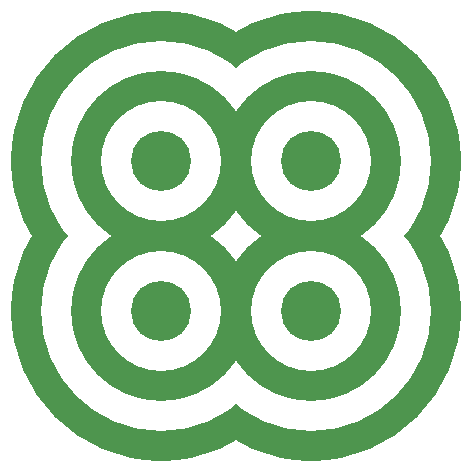
<source format=gbr>
%FSLAX34Y34*%%MOIN*%%ADD10C,1*%%ADD11C,0.8*%%ADD12C,0.6*%%ADD13C,0.4*%%ADD14C,0.2*%%SRX2Y2I0.5J0.5*%D10*D03*%LPC*%D11*D03*%LPD*%D12*D03*%LPC*%D13*D03*%LPD*%D14*D03*M02*
</source>
